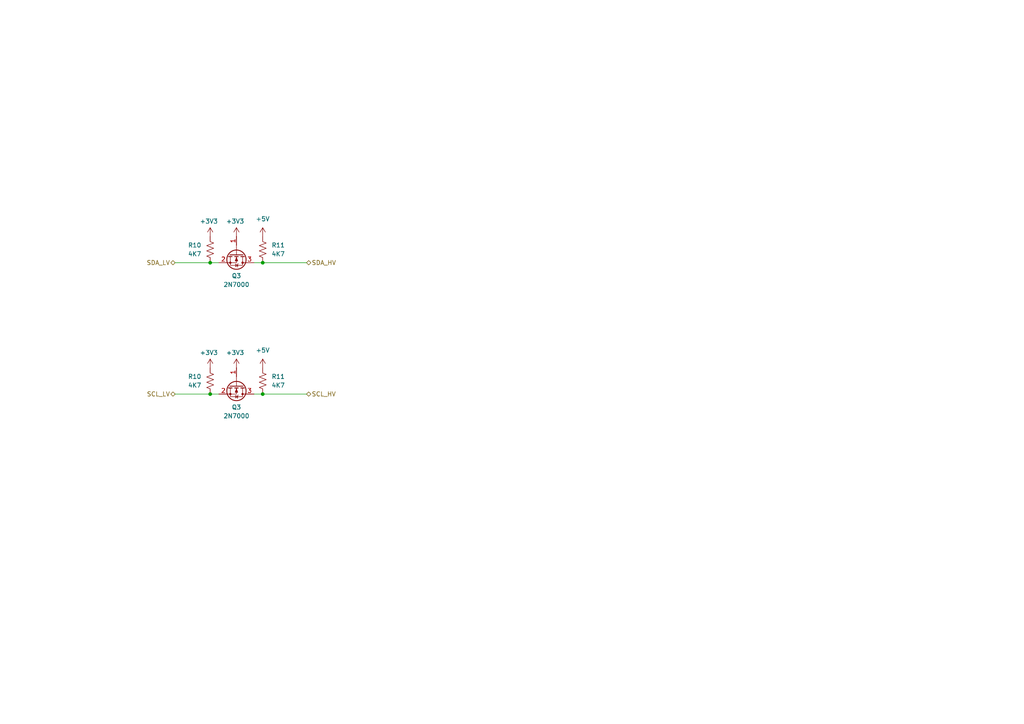
<source format=kicad_sch>
(kicad_sch (version 20230121) (generator eeschema)
  (paper "A4")
  (lib_symbols
    (symbol "+5V_1" (power) (pin_names (offset 0))
      (property "Value" "+5V_1" (at 0 3.556 0))
      (symbol "+5V_1_0_1"
        (polyline (pts (xy -0.762 1.27) (xy 0 2.54)))
        (polyline (pts (xy 0 0) (xy 0 2.54)))
        (polyline (pts (xy 0 2.54) (xy 0.762 1.27)))
      )
      (symbol "+5V_1_1_1"
        (pin power_in line (at 0 0 90) (length 0) hide (name "+5V") (number "1"))
      )
    )
    (symbol "Device:Q_NMOS_GSD" (pin_names (offset 0) hide)
      (property "Reference" "Q" (at 5.08 1.27 0))
      (property "Value" "Q_NMOS_GSD" (at 5.08 -1.27 0))
      (symbol "Q_NMOS_GSD_0_1"
        (polyline (pts (xy 0.254 0) (xy -2.54 0)))
        (polyline (pts (xy 0.254 1.905) (xy 0.254 -1.905)) (stroke (width 0.254)))
        (polyline (pts (xy 0.762 -1.27) (xy 0.762 -2.286)) (stroke (width 0.254)))
        (polyline (pts (xy 0.762 0.508) (xy 0.762 -0.508)) (stroke (width 0.254)))
        (polyline (pts (xy 0.762 2.286) (xy 0.762 1.27)) (stroke (width 0.254)))
        (polyline (pts (xy 2.54 2.54) (xy 2.54 1.778)))
        (polyline (pts (xy 2.54 -2.54) (xy 2.54 0) (xy 0.762 0)))
        (polyline (pts (xy 0.762 -1.778) (xy 3.302 -1.778) (xy 3.302 1.778) (xy 0.762 1.778)))
        (polyline (pts (xy 1.016 0) (xy 2.032 0.381) (xy 2.032 -0.381) (xy 1.016 0)) (fill (type outline)))
        (polyline (pts (xy 2.794 0.508) (xy 2.921 0.381) (xy 3.683 0.381) (xy 3.81 0.254)))
        (polyline (pts (xy 3.302 0.381) (xy 2.921 -0.254) (xy 3.683 -0.254) (xy 3.302 0.381)))
        (circle (center 1.651 0) (radius 2.794) (stroke (width 0.254)))
        (circle (center 2.54 -1.778) (radius 0.254) (fill (type outline)))
        (circle (center 2.54 1.778) (radius 0.254) (fill (type outline)))
      )
      (symbol "Q_NMOS_GSD_1_1"
        (pin input line (at -5.08 0 0) (length 2.54) (name "G") (number "1"))
        (pin passive line (at 2.54 -5.08 90) (length 2.54) (name "S") (number "2"))
        (pin passive line (at 2.54 5.08 270) (length 2.54) (name "D") (number "3"))
      )
    )
    (symbol "Device:R_US" (pin_numbers hide) (pin_names (offset 0))
      (property "Reference" "R" (at 2.54 0 90))
      (property "Value" "R_US" (at -2.54 0 90))
      (symbol "R_US_0_1"
        (polyline (pts (xy 0 -2.286) (xy 0 -2.54)))
        (polyline (pts (xy 0 2.286) (xy 0 2.54)))
        (polyline (pts (xy 0 -0.762) (xy 1.016 -1.143) (xy 0 -1.524) (xy -1.016 -1.905) (xy 0 -2.286)))
        (polyline (pts (xy 0 0.762) (xy 1.016 0.381) (xy 0 0) (xy -1.016 -0.381) (xy 0 -0.762)))
        (polyline (pts (xy 0 2.286) (xy 1.016 1.905) (xy 0 1.524) (xy -1.016 1.143) (xy 0 0.762)))
      )
      (symbol "R_US_1_1"
        (pin passive line (at 0 3.81 270) (length 1.27) (name "~") (number "1"))
        (pin passive line (at 0 -3.81 90) (length 1.27) (name "~") (number "2"))
      )
    )
    (symbol "power:+3.3V" (power) (pin_names (offset 0))
      (property "Value" "+3.3V" (at 0 3.556 0))
      (symbol "+3.3V_0_1"
        (polyline (pts (xy -0.762 1.27) (xy 0 2.54)))
        (polyline (pts (xy 0 0) (xy 0 2.54)))
        (polyline (pts (xy 0 2.54) (xy 0.762 1.27)))
      )
      (symbol "+3.3V_1_1"
        (pin power_in line (at 0 0 90) (length 0) hide (name "+3V3") (number "1"))
      )
    )
  )
  (junction (at 76.2 76.2))
  (junction (at 60.96 114.3))
  (junction (at 60.96 76.2))
  (junction (at 76.2 114.3))
  (wire (pts (xy 73.66 76.2) (xy 76.2 76.2)))
  (wire (pts (xy 50.8 114.3) (xy 60.96 114.3)))
  (wire (pts (xy 60.96 76.2) (xy 63.5 76.2)))
  (wire (pts (xy 76.2 76.2) (xy 88.9 76.2)))
  (wire (pts (xy 73.66 114.3) (xy 76.2 114.3)))
  (wire (pts (xy 50.8 76.2) (xy 60.96 76.2)))
  (wire (pts (xy 60.96 114.3) (xy 63.5 114.3)))
  (wire (pts (xy 76.2 114.3) (xy 88.9 114.3)))
  (hierarchical_label "SCL_HV" (shape bidirectional) (at 88.9 114.3 0))
  (hierarchical_label "SDA_LV" (shape bidirectional) (at 50.8 76.2 180))
  (hierarchical_label "SDA_HV" (shape bidirectional) (at 88.9 76.2 0))
  (hierarchical_label "SCL_LV" (shape bidirectional) (at 50.8 114.3 180))
  (symbol (lib_id "power:+3.3V") (at 60.96 106.68 0) (mirror y) (unit 1)
    (property "Reference" "#PWR059" (effects hide))
    (property "Value" "+3.3V" (at 60.579 102.2858 0))
    (instances (project "voltmeter" (path "" (reference "#PWR059") (unit 1)) (path "" (reference "#PWR061") (unit 1))))
  )
  (symbol (lib_id "Device:R_US") (at 76.2 110.49 0) (unit 1)
    (property "Reference" "R11" (at 78.74 109.22 0) (effects (justify left)))
    (property "Value" "4K7" (at 78.74 111.76 0) (effects (justify left)))
    (property "Footprint" "Resistor_SMD:R_1206_3216Metric_Pad1.30x1.75mm_HandSolder" (effects hide))
    (instances (project "voltmeter" (path "" (reference "R11") (unit 1)) (path "" (reference "R13") (unit 1))))
  )
  (symbol (lib_id "power:+3.3V") (at 68.58 68.58 0) (mirror y) (unit 1)
    (property "Reference" "#PWR058" (effects hide))
    (property "Value" "+3.3V" (at 68.199 64.1858 0))
    (instances (project "voltmeter" (path "" (reference "#PWR058") (unit 1)) (path "" (reference "#PWR059") (unit 1))))
  )
  (symbol (lib_name "+5V_1") (lib_id "power:+5V") (at 76.2 106.68 0) (unit 1)
    (property "Reference" "#PWR060" (effects hide))
    (property "Value" "+5V" (at 76.2 101.6 0))
    (instances (project "voltmeter" (path "" (reference "#PWR060") (unit 1)) (path "" (reference "#PWR063") (unit 1))))
  )
  (symbol (lib_id "Device:Q_NMOS_GSD") (at 68.58 73.66 270) (unit 1)
    (property "Reference" "Q3" (at 68.58 80.01 90))
    (property "Value" "2N7000" (at 68.58 82.55 90))
    (property "Footprint" "Package_TO_SOT_SMD:SOT-23_Handsoldering" (effects hide))
  )
  (symbol (lib_id "Device:Q_NMOS_GSD") (at 68.58 111.76 270) (unit 1)
    (property "Reference" "Q3" (at 68.58 118.11 90))
    (property "Value" "2N7000" (at 68.58 120.65 90))
    (property "Footprint" "Package_TO_SOT_SMD:SOT-23_Handsoldering" (effects hide))
    (instances (project "voltmeter" (path "" (reference "Q3") (unit 1)) (path "" (reference "Q4") (unit 1))))
  )
  (symbol (lib_id "Device:R_US") (at 60.96 110.49 0) (unit 1)
    (property "Reference" "R10" (at 58.42 109.22 0) (effects (justify right)))
    (property "Value" "4K7" (at 58.42 111.76 0) (effects (justify right)))
    (property "Footprint" "Resistor_SMD:R_1206_3216Metric_Pad1.30x1.75mm_HandSolder" (effects hide))
    (instances (project "voltmeter" (path "" (reference "R10") (unit 1)) (path "" (reference "R12") (unit 1))))
  )
  (symbol (lib_id "Device:R_US") (at 60.96 72.39 0) (unit 1)
    (property "Reference" "R10" (at 58.42 71.12 0) (effects (justify right)))
    (property "Value" "4K7" (at 58.42 73.66 0) (effects (justify right)))
    (property "Footprint" "Resistor_SMD:R_1206_3216Metric_Pad1.30x1.75mm_HandSolder" (effects hide))
  )
  (symbol (lib_name "+5V_1") (lib_id "power:+5V") (at 76.2 68.58 0) (unit 1)
    (property "Reference" "#PWR060" (effects hide))
    (property "Value" "+5V" (at 76.2 63.5 0))
  )
  (symbol (lib_id "Device:R_US") (at 76.2 72.39 0) (unit 1)
    (property "Reference" "R11" (at 78.74 71.12 0) (effects (justify left)))
    (property "Value" "4K7" (at 78.74 73.66 0) (effects (justify left)))
    (property "Footprint" "Resistor_SMD:R_1206_3216Metric_Pad1.30x1.75mm_HandSolder" (effects hide))
  )
  (symbol (lib_id "power:+3.3V") (at 60.96 68.58 0) (mirror y) (unit 1)
    (property "Reference" "#PWR059" (effects hide))
    (property "Value" "+3.3V" (at 60.579 64.1858 0))
    (instances (project "voltmeter" (path "" (reference "#PWR059") (unit 1)) (path "" (reference "#PWR058") (unit 1))))
  )
  (symbol (lib_id "power:+3.3V") (at 68.58 106.68 0) (mirror y) (unit 1)
    (property "Reference" "#PWR058" (effects hide))
    (property "Value" "+3.3V" (at 68.199 102.2858 0))
    (instances (project "voltmeter" (path "" (reference "#PWR058") (unit 1)) (path "" (reference "#PWR062") (unit 1))))
  )
)
</source>
